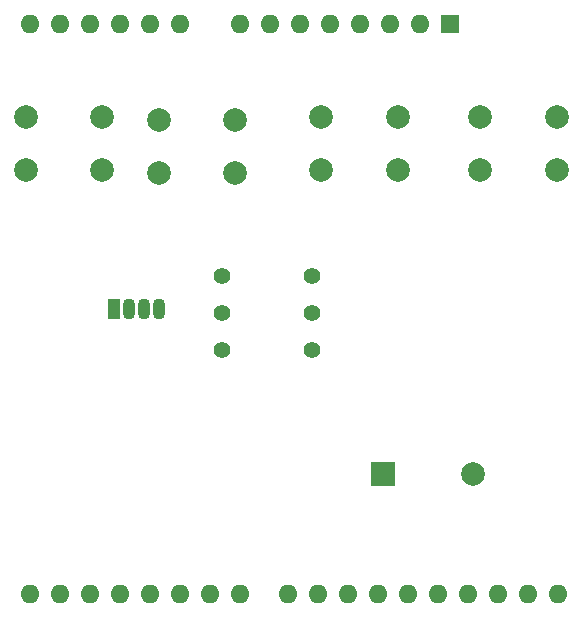
<source format=gbr>
%TF.GenerationSoftware,KiCad,Pcbnew,9.0.2*%
%TF.CreationDate,2025-07-07T10:10:20-04:00*%
%TF.ProjectId,jukebox,6a756b65-626f-4782-9e6b-696361645f70,rev?*%
%TF.SameCoordinates,Original*%
%TF.FileFunction,Soldermask,Bot*%
%TF.FilePolarity,Negative*%
%FSLAX46Y46*%
G04 Gerber Fmt 4.6, Leading zero omitted, Abs format (unit mm)*
G04 Created by KiCad (PCBNEW 9.0.2) date 2025-07-07 10:10:20*
%MOMM*%
%LPD*%
G01*
G04 APERTURE LIST*
%ADD10O,1.600000X1.600000*%
%ADD11R,1.600000X1.600000*%
%ADD12C,2.000000*%
%ADD13C,1.400000*%
%ADD14R,2.000000X2.000000*%
%ADD15R,1.070000X1.800000*%
%ADD16O,1.070000X1.800000*%
G04 APERTURE END LIST*
D10*
%TO.C,A1*%
X148315000Y-89130000D03*
X145775000Y-89130000D03*
X143235000Y-89130000D03*
X140695000Y-89130000D03*
X138155000Y-89130000D03*
X135615000Y-89130000D03*
X133075000Y-89130000D03*
X130535000Y-89130000D03*
X127995000Y-89130000D03*
X125455000Y-89130000D03*
X121395000Y-89130000D03*
X118855000Y-89130000D03*
X116315000Y-89130000D03*
X113775000Y-89130000D03*
X111235000Y-89130000D03*
X108695000Y-89130000D03*
X106155000Y-89130000D03*
X103615000Y-89130000D03*
X103615000Y-40870000D03*
X106155000Y-40870000D03*
X108695000Y-40870000D03*
X111235000Y-40870000D03*
X113775000Y-40870000D03*
X116315000Y-40870000D03*
X121395000Y-40870000D03*
X123935000Y-40870000D03*
X126475000Y-40870000D03*
X129015000Y-40870000D03*
X131555000Y-40870000D03*
X134095000Y-40870000D03*
X136635000Y-40870000D03*
D11*
X139175000Y-40870000D03*
%TD*%
D12*
%TO.C,SW3*%
X114500000Y-49000000D03*
X121000000Y-49000000D03*
X114500000Y-53500000D03*
X121000000Y-53500000D03*
%TD*%
%TO.C,SW2*%
X128250000Y-48750000D03*
X134750000Y-48750000D03*
X128250000Y-53250000D03*
X134750000Y-53250000D03*
%TD*%
%TO.C,SW4*%
X103250000Y-48750000D03*
X109750000Y-48750000D03*
X103250000Y-53250000D03*
X109750000Y-53250000D03*
%TD*%
D13*
%TO.C,R4*%
X127500000Y-68500000D03*
X119880000Y-68500000D03*
%TD*%
%TO.C,R6*%
X127500000Y-62200000D03*
X119880000Y-62200000D03*
%TD*%
%TO.C,R5*%
X127500000Y-65350000D03*
X119880000Y-65350000D03*
%TD*%
D14*
%TO.C,BZ1*%
X133500000Y-79000000D03*
D12*
X141100000Y-79000000D03*
%TD*%
%TO.C,SW1*%
X141750000Y-48750000D03*
X148250000Y-48750000D03*
X141750000Y-53250000D03*
X148250000Y-53250000D03*
%TD*%
D15*
%TO.C,D1*%
X110730000Y-65000000D03*
D16*
X112000000Y-65000000D03*
X113270000Y-65000000D03*
X114540000Y-65000000D03*
%TD*%
M02*

</source>
